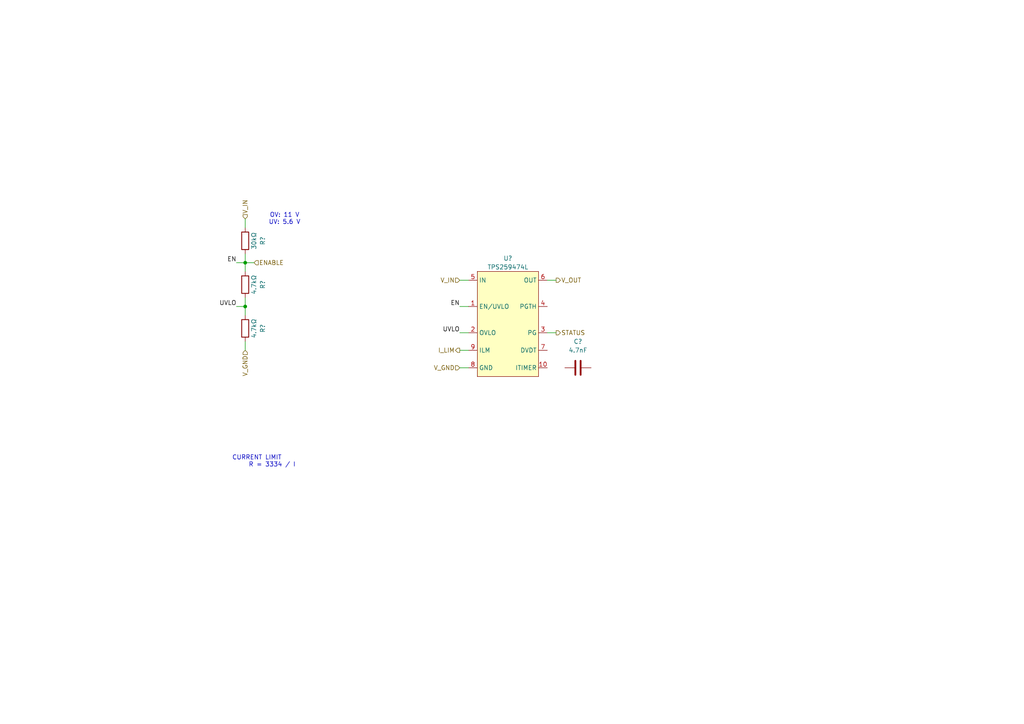
<source format=kicad_sch>
(kicad_sch (version 20231120) (generator "eeschema") (generator_version "8.0")
  (paper "A4")
  (lib_symbols
    (symbol "CUBESAT:TPS259474LRPW"
      (property "Reference" "U" (at 0 19.05 0))
      (property "Value" "TPS259474L" (at 0 16.51 0))
      (symbol "TPS259474LRPW_0_0"
        (pin input line (at -11.43 5.08 0) (length 2.54) (name "EN/UVLO") (number "1"))
        (pin output line (at 11.43 -12.7 180) (length 2.54) (name "ITIMER") (number "10"))
        (pin input line (at -11.43 -2.54 0) (length 2.54) (name "OVLO") (number "2"))
        (pin open_collector line (at 11.43 -2.54 180) (length 2.54) (name "PG") (number "3"))
        (pin input line (at 11.43 5.08 180) (length 2.54) (name "PGTH") (number "4"))
        (pin power_in line (at -11.43 12.7 0) (length 2.54) (name "IN") (number "5"))
        (pin power_out line (at 11.43 12.7 180) (length 2.54) (name "OUT") (number "6"))
        (pin output line (at 11.43 -7.62 180) (length 2.54) (name "DVDT") (number "7"))
        (pin power_in line (at -11.43 -12.7 0) (length 2.54) (name "GND") (number "8"))
        (pin output line (at -11.43 -7.62 0) (length 2.54) (name "ILM") (number "9"))
      )
      (symbol "TPS259474LRPW_1_1"
        (rectangle (start -8.89 15.24) (end 8.89 -15.24) (fill (type background)))
      )
    )
    (symbol "Device:C" (pin_numbers hide) (pin_names (offset 0.254))
      (property "Reference" "C" (at 0.635 2.54 0))
      (property "Value" "C" (at 0.635 -2.54 0))
      (symbol "C_0_1"
        (polyline (pts (xy -2.032 -0.762) (xy 2.032 -0.762)) (stroke (width 0.508)))
        (polyline (pts (xy -2.032 0.762) (xy 2.032 0.762)) (stroke (width 0.508)))
      )
      (symbol "C_1_1"
        (pin passive line (at 0 3.81 270) (length 2.794) (name "~") (number "1"))
        (pin passive line (at 0 -3.81 90) (length 2.794) (name "~") (number "2"))
      )
    )
    (symbol "Device:R" (pin_numbers hide) (pin_names (offset 0))
      (property "Reference" "R" (at 2.032 0 90))
      (property "Value" "R" (at 0 0 90))
      (symbol "R_0_1"
        (rectangle (start -1.016 -2.54) (end 1.016 2.54) (stroke (width 0.254)))
      )
      (symbol "R_1_1"
        (pin passive line (at 0 3.81 270) (length 1.27) (name "~") (number "1"))
        (pin passive line (at 0 -3.81 90) (length 1.27) (name "~") (number "2"))
      )
    )
  )
  (junction (at 71.12 76.2))
  (junction (at 71.12 88.9))
  (wire (pts (xy 71.12 63.5) (xy 71.12 66.04)))
  (wire (pts (xy 133.35 106.68) (xy 135.89 106.68)))
  (wire (pts (xy 161.29 96.52) (xy 158.75 96.52)))
  (wire (pts (xy 133.35 81.28) (xy 135.89 81.28)))
  (wire (pts (xy 133.35 101.6) (xy 135.89 101.6)))
  (wire (pts (xy 133.35 96.52) (xy 135.89 96.52)))
  (wire (pts (xy 71.12 88.9) (xy 68.58 88.9)))
  (wire (pts (xy 71.12 88.9) (xy 71.12 86.36)))
  (wire (pts (xy 71.12 91.44) (xy 71.12 88.9)))
  (wire (pts (xy 133.35 88.9) (xy 135.89 88.9)))
  (wire (pts (xy 73.66 76.2) (xy 71.12 76.2)))
  (wire (pts (xy 71.12 78.74) (xy 71.12 76.2)))
  (wire (pts (xy 71.12 76.2) (xy 68.58 76.2)))
  (wire (pts (xy 161.29 81.28) (xy 158.75 81.28)))
  (wire (pts (xy 71.12 73.66) (xy 71.12 76.2)))
  (wire (pts (xy 71.12 101.6) (xy 71.12 99.06)))
  (text "CURRENT LIMIT\n	R = 3334 / I" (at 67.31 132.08 0) (effects (font (size 1.27 1.27)) (justify left top)))
  (text "OV: 11 V\nUV: 5.6 V" (at 82.55 63.5 0) (effects (font (size 1.27 1.27))))
  (label "EN" (at 133.35 88.9 180))
  (label "UVLO" (at 133.35 96.52 180))
  (label "UVLO" (at 68.58 88.9 180))
  (label "EN" (at 68.58 76.2 180))
  (hierarchical_label "V_IN" (shape input) (at 133.35 81.28 180))
  (hierarchical_label "ENABLE" (shape input) (at 73.66 76.2 0))
  (hierarchical_label "V_GND" (shape input) (at 133.35 106.68 180))
  (hierarchical_label "V_IN" (shape input) (at 71.12 63.5 90))
  (hierarchical_label "STATUS" (shape output) (at 161.29 96.52 0))
  (hierarchical_label "V_OUT" (shape output) (at 161.29 81.28 0))
  (hierarchical_label "V_GND" (shape input) (at 71.12 101.6 270))
  (hierarchical_label "I_LIM" (shape output) (at 133.35 101.6 180))
  (symbol (lib_id "Device:R") (at 71.12 95.25 0) (unit 1)
    (property "Reference" "R?" (at 76.2 95.25 90))
    (property "Value" "4.7kΩ" (at 73.66 95.25 90))
    (property "Description" "Resistor" (effects (hide yes)))
    (instances (project "power" (path "" (reference "R?") (unit 1)) (path "" (reference "R6") (unit 1)) (path "" (reference "R?") (unit 1))))
  )
  (symbol (lib_id "CUBESAT:TPS259474LRPW") (at 147.32 93.98 0) (unit 1)
    (property "Reference" "U?" (at 147.32 74.93 0))
    (property "Value" "TPS259474L" (at 147.32 77.47 0))
    (property "Datasheet" "https://www.ti.com/lit/ds/symlink/tps25947.pdf" (effects (hide yes)))
    (property "Description" "28-mΩ True Reverse Current Blocking eFuse with Input Reverse Polarity Protection" (effects (hide yes)))
    (instances (project "power" (path "" (reference "U?") (unit 1)) (path "" (reference "U1") (unit 1)) (path "" (reference "U?") (unit 1))))
  )
  (symbol (lib_id "Device:R") (at 71.12 82.55 0) (unit 1)
    (property "Reference" "R?" (at 76.2 82.55 90))
    (property "Value" "4.7kΩ" (at 73.66 82.55 90))
    (property "Description" "Resistor" (effects (hide yes)))
    (instances (project "power" (path "" (reference "R?") (unit 1)) (path "" (reference "R4") (unit 1)) (path "" (reference "R?") (unit 1))))
  )
  (symbol (lib_id "Device:R") (at 71.12 69.85 0) (unit 1)
    (property "Reference" "R?" (at 76.2 69.85 90))
    (property "Value" "30kΩ" (at 73.66 69.85 90))
    (property "Description" "Resistor" (effects (hide yes)))
    (instances (project "power" (path "" (reference "R?") (unit 1)) (path "" (reference "R3") (unit 1)) (path "" (reference "R?") (unit 1))))
  )
  (symbol (lib_id "Device:C") (at 167.64 106.68 90) (unit 1)
    (property "Reference" "C?" (at 167.64 99.06 90))
    (property "Value" "4.7nF" (at 167.64 101.6 90))
    (property "Footprint" "Capacitor_SMD:C_0603_1608Metric" (effects (hide yes)))
    (property "Description" "Unpolarized capacitor" (effects (hide yes)))
    (instances (project "power" (path "" (reference "C?") (unit 1)) (path "" (reference "C1") (unit 1)) (path "" (reference "C?") (unit 1))))
  )
)
</source>
